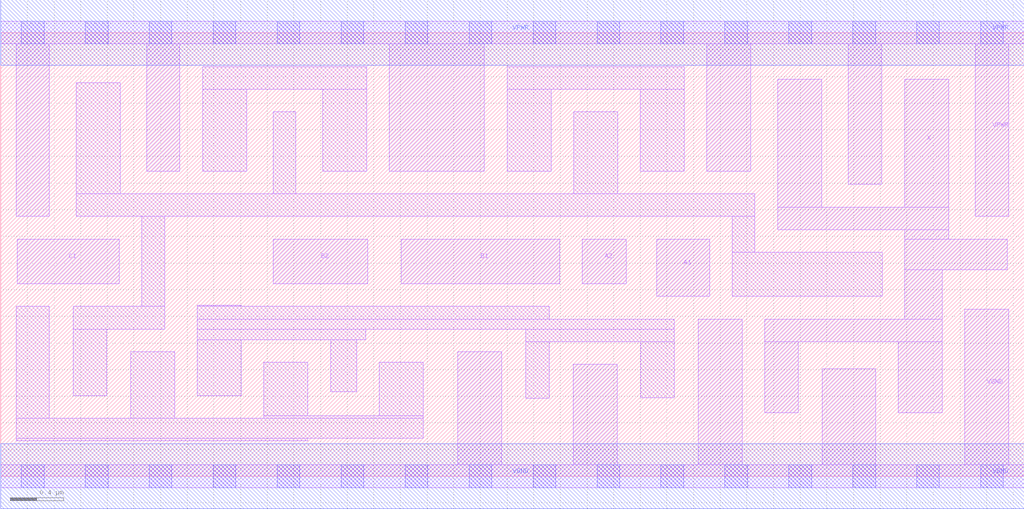
<source format=lef>
# Copyright 2020 The SkyWater PDK Authors
#
# Licensed under the Apache License, Version 2.0 (the "License");
# you may not use this file except in compliance with the License.
# You may obtain a copy of the License at
#
#     https://www.apache.org/licenses/LICENSE-2.0
#
# Unless required by applicable law or agreed to in writing, software
# distributed under the License is distributed on an "AS IS" BASIS,
# WITHOUT WARRANTIES OR CONDITIONS OF ANY KIND, either express or implied.
# See the License for the specific language governing permissions and
# limitations under the License.
#
# SPDX-License-Identifier: Apache-2.0

VERSION 5.7 ;
  NAMESCASESENSITIVE ON ;
  NOWIREEXTENSIONATPIN ON ;
  DIVIDERCHAR "/" ;
  BUSBITCHARS "[]" ;
UNITS
  DATABASE MICRONS 200 ;
END UNITS
MACRO sky130_fd_sc_ms__o221a_4
  CLASS CORE ;
  SOURCE USER ;
  FOREIGN sky130_fd_sc_ms__o221a_4 ;
  ORIGIN  0.000000  0.000000 ;
  SIZE  7.680000 BY  3.330000 ;
  SYMMETRY X Y ;
  SITE unit ;
  PIN A1
    ANTENNAGATEAREA  0.552000 ;
    DIRECTION INPUT ;
    USE SIGNAL ;
    PORT
      LAYER li1 ;
        RECT 4.925000 1.350000 5.320000 1.780000 ;
    END
  END A1
  PIN A2
    ANTENNAGATEAREA  0.552000 ;
    DIRECTION INPUT ;
    USE SIGNAL ;
    PORT
      LAYER li1 ;
        RECT 4.365000 1.445000 4.695000 1.780000 ;
    END
  END A2
  PIN B1
    ANTENNAGATEAREA  0.552000 ;
    DIRECTION INPUT ;
    USE SIGNAL ;
    PORT
      LAYER li1 ;
        RECT 3.005000 1.445000 4.195000 1.780000 ;
    END
  END B1
  PIN B2
    ANTENNAGATEAREA  0.552000 ;
    DIRECTION INPUT ;
    USE SIGNAL ;
    PORT
      LAYER li1 ;
        RECT 2.045000 1.445000 2.755000 1.780000 ;
    END
  END B2
  PIN C1
    ANTENNAGATEAREA  0.552000 ;
    DIRECTION INPUT ;
    USE SIGNAL ;
    PORT
      LAYER li1 ;
        RECT 0.125000 1.445000 0.890000 1.780000 ;
    END
  END C1
  PIN X
    ANTENNADIFFAREA  1.168500 ;
    DIRECTION OUTPUT ;
    USE SIGNAL ;
    PORT
      LAYER li1 ;
        RECT 5.735000 0.475000 5.985000 1.010000 ;
        RECT 5.735000 1.010000 7.065000 1.180000 ;
        RECT 5.830000 1.850000 7.115000 2.020000 ;
        RECT 5.830000 2.020000 6.160000 2.980000 ;
        RECT 6.735000 0.475000 7.065000 1.010000 ;
        RECT 6.785000 1.180000 7.065000 1.550000 ;
        RECT 6.785000 1.550000 7.555000 1.780000 ;
        RECT 6.785000 1.780000 7.115000 1.850000 ;
        RECT 6.785000 2.020000 7.115000 2.980000 ;
    END
  END X
  PIN VGND
    DIRECTION INOUT ;
    USE GROUND ;
    PORT
      LAYER li1 ;
        RECT 0.000000 -0.085000 7.680000 0.085000 ;
        RECT 3.430000  0.085000 3.760000 0.935000 ;
        RECT 4.295000  0.085000 4.625000 0.840000 ;
        RECT 5.235000  0.085000 5.565000 1.180000 ;
        RECT 6.165000  0.085000 6.565000 0.805000 ;
        RECT 7.235000  0.085000 7.565000 1.255000 ;
      LAYER mcon ;
        RECT 0.155000 -0.085000 0.325000 0.085000 ;
        RECT 0.635000 -0.085000 0.805000 0.085000 ;
        RECT 1.115000 -0.085000 1.285000 0.085000 ;
        RECT 1.595000 -0.085000 1.765000 0.085000 ;
        RECT 2.075000 -0.085000 2.245000 0.085000 ;
        RECT 2.555000 -0.085000 2.725000 0.085000 ;
        RECT 3.035000 -0.085000 3.205000 0.085000 ;
        RECT 3.515000 -0.085000 3.685000 0.085000 ;
        RECT 3.995000 -0.085000 4.165000 0.085000 ;
        RECT 4.475000 -0.085000 4.645000 0.085000 ;
        RECT 4.955000 -0.085000 5.125000 0.085000 ;
        RECT 5.435000 -0.085000 5.605000 0.085000 ;
        RECT 5.915000 -0.085000 6.085000 0.085000 ;
        RECT 6.395000 -0.085000 6.565000 0.085000 ;
        RECT 6.875000 -0.085000 7.045000 0.085000 ;
        RECT 7.355000 -0.085000 7.525000 0.085000 ;
      LAYER met1 ;
        RECT 0.000000 -0.245000 7.680000 0.245000 ;
    END
  END VGND
  PIN VPWR
    DIRECTION INOUT ;
    USE POWER ;
    PORT
      LAYER li1 ;
        RECT 0.000000 3.245000 7.680000 3.415000 ;
        RECT 0.115000 1.950000 0.365000 3.245000 ;
        RECT 1.095000 2.290000 1.345000 3.245000 ;
        RECT 2.915000 2.290000 3.630000 3.245000 ;
        RECT 5.300000 2.290000 5.630000 3.245000 ;
        RECT 6.360000 2.190000 6.610000 3.245000 ;
        RECT 7.315000 1.950000 7.565000 3.245000 ;
      LAYER mcon ;
        RECT 0.155000 3.245000 0.325000 3.415000 ;
        RECT 0.635000 3.245000 0.805000 3.415000 ;
        RECT 1.115000 3.245000 1.285000 3.415000 ;
        RECT 1.595000 3.245000 1.765000 3.415000 ;
        RECT 2.075000 3.245000 2.245000 3.415000 ;
        RECT 2.555000 3.245000 2.725000 3.415000 ;
        RECT 3.035000 3.245000 3.205000 3.415000 ;
        RECT 3.515000 3.245000 3.685000 3.415000 ;
        RECT 3.995000 3.245000 4.165000 3.415000 ;
        RECT 4.475000 3.245000 4.645000 3.415000 ;
        RECT 4.955000 3.245000 5.125000 3.415000 ;
        RECT 5.435000 3.245000 5.605000 3.415000 ;
        RECT 5.915000 3.245000 6.085000 3.415000 ;
        RECT 6.395000 3.245000 6.565000 3.415000 ;
        RECT 6.875000 3.245000 7.045000 3.415000 ;
        RECT 7.355000 3.245000 7.525000 3.415000 ;
      LAYER met1 ;
        RECT 0.000000 3.085000 7.680000 3.575000 ;
    END
  END VPWR
  OBS
    LAYER li1 ;
      RECT 0.115000 0.265000 2.305000 0.285000 ;
      RECT 0.115000 0.285000 3.170000 0.435000 ;
      RECT 0.115000 0.435000 0.365000 1.275000 ;
      RECT 0.545000 0.605000 0.795000 1.105000 ;
      RECT 0.545000 1.105000 1.230000 1.275000 ;
      RECT 0.565000 1.950000 5.660000 2.120000 ;
      RECT 0.565000 2.120000 0.895000 2.955000 ;
      RECT 0.975000 0.435000 1.305000 0.935000 ;
      RECT 1.060000 1.275000 1.230000 1.950000 ;
      RECT 1.475000 0.605000 1.805000 1.025000 ;
      RECT 1.475000 1.025000 2.740000 1.105000 ;
      RECT 1.475000 1.105000 5.055000 1.180000 ;
      RECT 1.475000 1.180000 4.115000 1.275000 ;
      RECT 1.475000 1.275000 1.805000 1.285000 ;
      RECT 1.515000 2.290000 1.845000 2.905000 ;
      RECT 1.515000 2.905000 2.745000 3.075000 ;
      RECT 1.975000 0.435000 3.170000 0.455000 ;
      RECT 1.975000 0.455000 2.305000 0.855000 ;
      RECT 2.045000 2.120000 2.215000 2.735000 ;
      RECT 2.415000 2.290000 2.745000 2.905000 ;
      RECT 2.475000 0.635000 2.670000 1.025000 ;
      RECT 2.840000 0.455000 3.170000 0.855000 ;
      RECT 3.800000 2.290000 4.130000 2.905000 ;
      RECT 3.800000 2.905000 5.130000 3.075000 ;
      RECT 3.940000 0.585000 4.115000 1.010000 ;
      RECT 3.940000 1.010000 5.055000 1.105000 ;
      RECT 4.300000 2.120000 4.630000 2.735000 ;
      RECT 4.800000 2.290000 5.130000 2.905000 ;
      RECT 4.805000 0.590000 5.055000 1.010000 ;
      RECT 5.490000 1.350000 6.615000 1.680000 ;
      RECT 5.490000 1.680000 5.660000 1.950000 ;
  END
END sky130_fd_sc_ms__o221a_4

</source>
